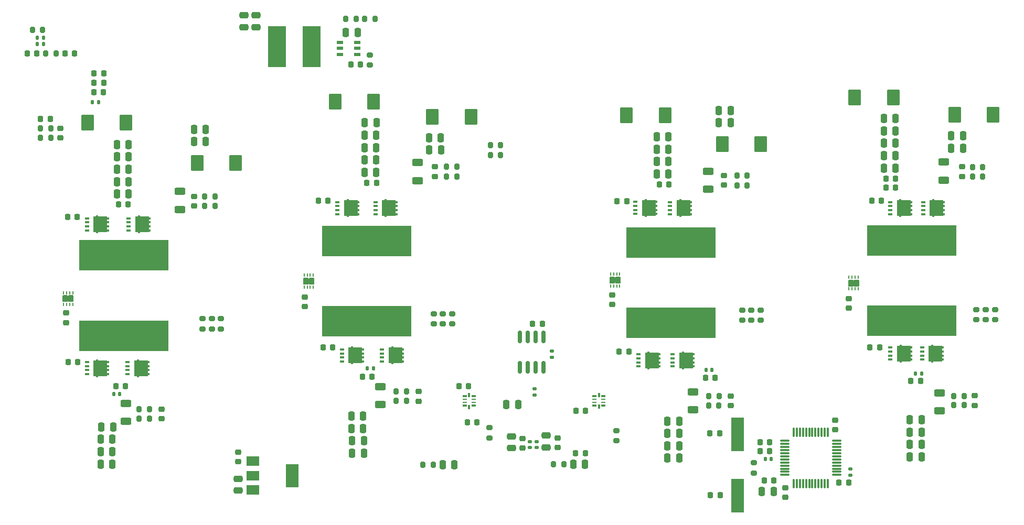
<source format=gbr>
%TF.GenerationSoftware,KiCad,Pcbnew,6.0.0*%
%TF.CreationDate,2022-01-14T14:38:35+01:00*%
%TF.ProjectId,PowerBank V0.2,506f7765-7242-4616-9e6b-2056302e322e,rev?*%
%TF.SameCoordinates,PX2aea540PY80befc0*%
%TF.FileFunction,Paste,Bot*%
%TF.FilePolarity,Positive*%
%FSLAX46Y46*%
G04 Gerber Fmt 4.6, Leading zero omitted, Abs format (unit mm)*
G04 Created by KiCad (PCBNEW 6.0.0) date 2022-01-14 14:38:35*
%MOMM*%
%LPD*%
G01*
G04 APERTURE LIST*
G04 Aperture macros list*
%AMRoundRect*
0 Rectangle with rounded corners*
0 $1 Rounding radius*
0 $2 $3 $4 $5 $6 $7 $8 $9 X,Y pos of 4 corners*
0 Add a 4 corners polygon primitive as box body*
4,1,4,$2,$3,$4,$5,$6,$7,$8,$9,$2,$3,0*
0 Add four circle primitives for the rounded corners*
1,1,$1+$1,$2,$3*
1,1,$1+$1,$4,$5*
1,1,$1+$1,$6,$7*
1,1,$1+$1,$8,$9*
0 Add four rect primitives between the rounded corners*
20,1,$1+$1,$2,$3,$4,$5,0*
20,1,$1+$1,$4,$5,$6,$7,0*
20,1,$1+$1,$6,$7,$8,$9,0*
20,1,$1+$1,$8,$9,$2,$3,0*%
G04 Aperture macros list end*
%ADD10C,0.152400*%
%ADD11RoundRect,0.200000X-0.200000X-0.275000X0.200000X-0.275000X0.200000X0.275000X-0.200000X0.275000X0*%
%ADD12RoundRect,0.135000X0.135000X0.185000X-0.135000X0.185000X-0.135000X-0.185000X0.135000X-0.185000X0*%
%ADD13RoundRect,0.200000X0.200000X0.275000X-0.200000X0.275000X-0.200000X-0.275000X0.200000X-0.275000X0*%
%ADD14RoundRect,0.135000X-0.135000X-0.185000X0.135000X-0.185000X0.135000X0.185000X-0.135000X0.185000X0*%
%ADD15RoundRect,0.225000X0.225000X0.250000X-0.225000X0.250000X-0.225000X-0.250000X0.225000X-0.250000X0*%
%ADD16RoundRect,0.225000X0.250000X-0.225000X0.250000X0.225000X-0.250000X0.225000X-0.250000X-0.225000X0*%
%ADD17RoundRect,0.225000X-0.225000X-0.250000X0.225000X-0.250000X0.225000X0.250000X-0.225000X0.250000X0*%
%ADD18R,0.350012X0.754888*%
%ADD19R,0.704800X0.300000*%
%ADD20R,0.704850X0.249936*%
%ADD21RoundRect,0.200000X0.275000X-0.200000X0.275000X0.200000X-0.275000X0.200000X-0.275000X-0.200000X0*%
%ADD22RoundRect,0.250000X-0.475000X0.250000X-0.475000X-0.250000X0.475000X-0.250000X0.475000X0.250000X0*%
%ADD23RoundRect,0.135000X0.185000X-0.135000X0.185000X0.135000X-0.185000X0.135000X-0.185000X-0.135000X0*%
%ADD24RoundRect,0.250000X-0.250000X-0.475000X0.250000X-0.475000X0.250000X0.475000X-0.250000X0.475000X0*%
%ADD25R,2.850000X6.600000*%
%ADD26RoundRect,0.140000X0.170000X-0.140000X0.170000X0.140000X-0.170000X0.140000X-0.170000X-0.140000X0*%
%ADD27RoundRect,0.140000X-0.170000X0.140000X-0.170000X-0.140000X0.170000X-0.140000X0.170000X0.140000X0*%
%ADD28R,2.000000X5.500000*%
%ADD29R,1.599999X0.900001*%
%ADD30R,0.249999X0.499999*%
%ADD31R,0.750000X0.350000*%
%ADD32R,2.200000X2.600000*%
%ADD33R,0.350000X0.750000*%
%ADD34RoundRect,0.150000X0.150000X-0.825000X0.150000X0.825000X-0.150000X0.825000X-0.150000X-0.825000X0*%
%ADD35R,2.000000X3.800000*%
%ADD36R,2.000000X1.500000*%
%ADD37R,1.000001X0.599999*%
%ADD38RoundRect,0.075000X-0.662500X-0.075000X0.662500X-0.075000X0.662500X0.075000X-0.662500X0.075000X0*%
%ADD39RoundRect,0.075000X-0.075000X-0.662500X0.075000X-0.662500X0.075000X0.662500X-0.075000X0.662500X0*%
%ADD40RoundRect,0.249999X-0.625001X0.312501X-0.625001X-0.312501X0.625001X-0.312501X0.625001X0.312501X0*%
%ADD41RoundRect,0.200000X-0.275000X0.200000X-0.275000X-0.200000X0.275000X-0.200000X0.275000X0.200000X0*%
%ADD42RoundRect,0.135000X-0.185000X0.135000X-0.185000X-0.135000X0.185000X-0.135000X0.185000X0.135000X0*%
%ADD43R,14.500000X5.000000*%
%ADD44RoundRect,0.147500X-0.147500X-0.172500X0.147500X-0.172500X0.147500X0.172500X-0.147500X0.172500X0*%
%ADD45RoundRect,0.225000X-0.250000X0.225000X-0.250000X-0.225000X0.250000X-0.225000X0.250000X0.225000X0*%
%ADD46RoundRect,0.250000X0.787500X1.025000X-0.787500X1.025000X-0.787500X-1.025000X0.787500X-1.025000X0*%
%ADD47RoundRect,0.250000X0.250000X0.475000X-0.250000X0.475000X-0.250000X-0.475000X0.250000X-0.475000X0*%
%ADD48RoundRect,0.250000X-0.787500X-1.025000X0.787500X-1.025000X0.787500X1.025000X-0.787500X1.025000X0*%
%ADD49RoundRect,0.140000X-0.140000X-0.170000X0.140000X-0.170000X0.140000X0.170000X-0.140000X0.170000X0*%
%ADD50RoundRect,0.140000X0.140000X0.170000X-0.140000X0.170000X-0.140000X-0.170000X0.140000X-0.170000X0*%
%ADD51RoundRect,0.250000X0.475000X-0.250000X0.475000X0.250000X-0.475000X0.250000X-0.475000X-0.250000X0*%
G04 APERTURE END LIST*
D10*
%TO.C,U35*%
X63401004Y39250002D02*
X62799003Y39250002D01*
X62799003Y39250002D02*
X62789443Y39249059D01*
X62789443Y39249059D02*
X62780250Y39246270D01*
X62780250Y39246270D02*
X62771780Y39241742D01*
X62771780Y39241742D02*
X62764355Y39235648D01*
X62764355Y39235648D02*
X62758262Y39228224D01*
X62758262Y39228224D02*
X62753733Y39219753D01*
X62753733Y39219753D02*
X62750944Y39210561D01*
X62750944Y39210561D02*
X62750004Y39201000D01*
X62750004Y39201000D02*
X62750004Y38399000D01*
X62750004Y38399000D02*
X62750944Y38389439D01*
X62750944Y38389439D02*
X62753733Y38380247D01*
X62753733Y38380247D02*
X62758262Y38371776D01*
X62758262Y38371776D02*
X62764355Y38364352D01*
X62764355Y38364352D02*
X62771780Y38358258D01*
X62771780Y38358258D02*
X62780250Y38353730D01*
X62780250Y38353730D02*
X62789443Y38350941D01*
X62789443Y38350941D02*
X62799003Y38349998D01*
X62799003Y38349998D02*
X63401004Y38349998D01*
X63401004Y38349998D02*
X63410564Y38350941D01*
X63410564Y38350941D02*
X63419756Y38353730D01*
X63419756Y38353730D02*
X63428227Y38358258D01*
X63428227Y38358258D02*
X63435652Y38364352D01*
X63435652Y38364352D02*
X63441745Y38371776D01*
X63441745Y38371776D02*
X63446274Y38380247D01*
X63446274Y38380247D02*
X63449063Y38389439D01*
X63449063Y38389439D02*
X63450005Y38399000D01*
X63450005Y38399000D02*
X63450005Y39201000D01*
X63450005Y39201000D02*
X63449063Y39210561D01*
X63449063Y39210561D02*
X63446274Y39219753D01*
X63446274Y39219753D02*
X63441745Y39228224D01*
X63441745Y39228224D02*
X63435652Y39235648D01*
X63435652Y39235648D02*
X63428227Y39241742D01*
X63428227Y39241742D02*
X63419756Y39246270D01*
X63419756Y39246270D02*
X63410564Y39249059D01*
X63410564Y39249059D02*
X63401004Y39250002D01*
X64301002Y39250002D02*
X63699001Y39250002D01*
X63699001Y39250002D02*
X63689441Y39249059D01*
X63689441Y39249059D02*
X63680249Y39246270D01*
X63680249Y39246270D02*
X63671778Y39241742D01*
X63671778Y39241742D02*
X63664353Y39235648D01*
X63664353Y39235648D02*
X63658260Y39228224D01*
X63658260Y39228224D02*
X63653731Y39219753D01*
X63653731Y39219753D02*
X63650942Y39210561D01*
X63650942Y39210561D02*
X63650002Y39201000D01*
X63650002Y39201000D02*
X63650002Y38399000D01*
X63650002Y38399000D02*
X63650942Y38389439D01*
X63650942Y38389439D02*
X63653731Y38380247D01*
X63653731Y38380247D02*
X63658260Y38371776D01*
X63658260Y38371776D02*
X63664353Y38364352D01*
X63664353Y38364352D02*
X63671778Y38358258D01*
X63671778Y38358258D02*
X63680249Y38353730D01*
X63680249Y38353730D02*
X63689441Y38350941D01*
X63689441Y38350941D02*
X63699001Y38349998D01*
X63699001Y38349998D02*
X64301002Y38349998D01*
X64301002Y38349998D02*
X64310562Y38350941D01*
X64310562Y38350941D02*
X64319755Y38353730D01*
X64319755Y38353730D02*
X64328226Y38358258D01*
X64328226Y38358258D02*
X64335650Y38364352D01*
X64335650Y38364352D02*
X64341743Y38371776D01*
X64341743Y38371776D02*
X64346272Y38380247D01*
X64346272Y38380247D02*
X64349061Y38389439D01*
X64349061Y38389439D02*
X64350003Y38399000D01*
X64350003Y38399000D02*
X64350003Y39201000D01*
X64350003Y39201000D02*
X64349061Y39210561D01*
X64349061Y39210561D02*
X64346272Y39219753D01*
X64346272Y39219753D02*
X64341743Y39228224D01*
X64341743Y39228224D02*
X64335650Y39235648D01*
X64335650Y39235648D02*
X64328226Y39241742D01*
X64328226Y39241742D02*
X64319755Y39246270D01*
X64319755Y39246270D02*
X64310562Y39249059D01*
X64310562Y39249059D02*
X64301002Y39250002D01*
%TO.C,U34*%
X24551004Y36450002D02*
X23949003Y36450002D01*
X23949003Y36450002D02*
X23939443Y36449059D01*
X23939443Y36449059D02*
X23930250Y36446270D01*
X23930250Y36446270D02*
X23921780Y36441742D01*
X23921780Y36441742D02*
X23914355Y36435648D01*
X23914355Y36435648D02*
X23908262Y36428224D01*
X23908262Y36428224D02*
X23903733Y36419753D01*
X23903733Y36419753D02*
X23900944Y36410561D01*
X23900944Y36410561D02*
X23900004Y36401000D01*
X23900004Y36401000D02*
X23900004Y35599000D01*
X23900004Y35599000D02*
X23900944Y35589439D01*
X23900944Y35589439D02*
X23903733Y35580247D01*
X23903733Y35580247D02*
X23908262Y35571776D01*
X23908262Y35571776D02*
X23914355Y35564352D01*
X23914355Y35564352D02*
X23921780Y35558258D01*
X23921780Y35558258D02*
X23930250Y35553730D01*
X23930250Y35553730D02*
X23939443Y35550941D01*
X23939443Y35550941D02*
X23949003Y35549998D01*
X23949003Y35549998D02*
X24551004Y35549998D01*
X24551004Y35549998D02*
X24560564Y35550941D01*
X24560564Y35550941D02*
X24569756Y35553730D01*
X24569756Y35553730D02*
X24578227Y35558258D01*
X24578227Y35558258D02*
X24585652Y35564352D01*
X24585652Y35564352D02*
X24591745Y35571776D01*
X24591745Y35571776D02*
X24596274Y35580247D01*
X24596274Y35580247D02*
X24599063Y35589439D01*
X24599063Y35589439D02*
X24600005Y35599000D01*
X24600005Y35599000D02*
X24600005Y36401000D01*
X24600005Y36401000D02*
X24599063Y36410561D01*
X24599063Y36410561D02*
X24596274Y36419753D01*
X24596274Y36419753D02*
X24591745Y36428224D01*
X24591745Y36428224D02*
X24585652Y36435648D01*
X24585652Y36435648D02*
X24578227Y36441742D01*
X24578227Y36441742D02*
X24569756Y36446270D01*
X24569756Y36446270D02*
X24560564Y36449059D01*
X24560564Y36449059D02*
X24551004Y36450002D01*
X25451002Y36450002D02*
X24849001Y36450002D01*
X24849001Y36450002D02*
X24839441Y36449059D01*
X24839441Y36449059D02*
X24830249Y36446270D01*
X24830249Y36446270D02*
X24821778Y36441742D01*
X24821778Y36441742D02*
X24814353Y36435648D01*
X24814353Y36435648D02*
X24808260Y36428224D01*
X24808260Y36428224D02*
X24803731Y36419753D01*
X24803731Y36419753D02*
X24800942Y36410561D01*
X24800942Y36410561D02*
X24800002Y36401000D01*
X24800002Y36401000D02*
X24800002Y35599000D01*
X24800002Y35599000D02*
X24800942Y35589439D01*
X24800942Y35589439D02*
X24803731Y35580247D01*
X24803731Y35580247D02*
X24808260Y35571776D01*
X24808260Y35571776D02*
X24814353Y35564352D01*
X24814353Y35564352D02*
X24821778Y35558258D01*
X24821778Y35558258D02*
X24830249Y35553730D01*
X24830249Y35553730D02*
X24839441Y35550941D01*
X24839441Y35550941D02*
X24849001Y35549998D01*
X24849001Y35549998D02*
X25451002Y35549998D01*
X25451002Y35549998D02*
X25460562Y35550941D01*
X25460562Y35550941D02*
X25469755Y35553730D01*
X25469755Y35553730D02*
X25478226Y35558258D01*
X25478226Y35558258D02*
X25485650Y35564352D01*
X25485650Y35564352D02*
X25491743Y35571776D01*
X25491743Y35571776D02*
X25496272Y35580247D01*
X25496272Y35580247D02*
X25499061Y35589439D01*
X25499061Y35589439D02*
X25500003Y35599000D01*
X25500003Y35599000D02*
X25500003Y36401000D01*
X25500003Y36401000D02*
X25499061Y36410561D01*
X25499061Y36410561D02*
X25496272Y36419753D01*
X25496272Y36419753D02*
X25491743Y36428224D01*
X25491743Y36428224D02*
X25485650Y36435648D01*
X25485650Y36435648D02*
X25478226Y36441742D01*
X25478226Y36441742D02*
X25469755Y36446270D01*
X25469755Y36446270D02*
X25460562Y36449059D01*
X25460562Y36449059D02*
X25451002Y36450002D01*
%TO.C,U33*%
X112851004Y39450002D02*
X112249003Y39450002D01*
X112249003Y39450002D02*
X112239443Y39449059D01*
X112239443Y39449059D02*
X112230250Y39446270D01*
X112230250Y39446270D02*
X112221780Y39441742D01*
X112221780Y39441742D02*
X112214355Y39435648D01*
X112214355Y39435648D02*
X112208262Y39428224D01*
X112208262Y39428224D02*
X112203733Y39419753D01*
X112203733Y39419753D02*
X112200944Y39410561D01*
X112200944Y39410561D02*
X112200004Y39401000D01*
X112200004Y39401000D02*
X112200004Y38599000D01*
X112200004Y38599000D02*
X112200944Y38589439D01*
X112200944Y38589439D02*
X112203733Y38580247D01*
X112203733Y38580247D02*
X112208262Y38571776D01*
X112208262Y38571776D02*
X112214355Y38564352D01*
X112214355Y38564352D02*
X112221780Y38558258D01*
X112221780Y38558258D02*
X112230250Y38553730D01*
X112230250Y38553730D02*
X112239443Y38550941D01*
X112239443Y38550941D02*
X112249003Y38549998D01*
X112249003Y38549998D02*
X112851004Y38549998D01*
X112851004Y38549998D02*
X112860564Y38550941D01*
X112860564Y38550941D02*
X112869756Y38553730D01*
X112869756Y38553730D02*
X112878227Y38558258D01*
X112878227Y38558258D02*
X112885652Y38564352D01*
X112885652Y38564352D02*
X112891745Y38571776D01*
X112891745Y38571776D02*
X112896274Y38580247D01*
X112896274Y38580247D02*
X112899063Y38589439D01*
X112899063Y38589439D02*
X112900005Y38599000D01*
X112900005Y38599000D02*
X112900005Y39401000D01*
X112900005Y39401000D02*
X112899063Y39410561D01*
X112899063Y39410561D02*
X112896274Y39419753D01*
X112896274Y39419753D02*
X112891745Y39428224D01*
X112891745Y39428224D02*
X112885652Y39435648D01*
X112885652Y39435648D02*
X112878227Y39441742D01*
X112878227Y39441742D02*
X112869756Y39446270D01*
X112869756Y39446270D02*
X112860564Y39449059D01*
X112860564Y39449059D02*
X112851004Y39450002D01*
X113751002Y39450002D02*
X113149001Y39450002D01*
X113149001Y39450002D02*
X113139441Y39449059D01*
X113139441Y39449059D02*
X113130249Y39446270D01*
X113130249Y39446270D02*
X113121778Y39441742D01*
X113121778Y39441742D02*
X113114353Y39435648D01*
X113114353Y39435648D02*
X113108260Y39428224D01*
X113108260Y39428224D02*
X113103731Y39419753D01*
X113103731Y39419753D02*
X113100942Y39410561D01*
X113100942Y39410561D02*
X113100002Y39401000D01*
X113100002Y39401000D02*
X113100002Y38599000D01*
X113100002Y38599000D02*
X113100942Y38589439D01*
X113100942Y38589439D02*
X113103731Y38580247D01*
X113103731Y38580247D02*
X113108260Y38571776D01*
X113108260Y38571776D02*
X113114353Y38564352D01*
X113114353Y38564352D02*
X113121778Y38558258D01*
X113121778Y38558258D02*
X113130249Y38553730D01*
X113130249Y38553730D02*
X113139441Y38550941D01*
X113139441Y38550941D02*
X113149001Y38549998D01*
X113149001Y38549998D02*
X113751002Y38549998D01*
X113751002Y38549998D02*
X113760562Y38550941D01*
X113760562Y38550941D02*
X113769755Y38553730D01*
X113769755Y38553730D02*
X113778226Y38558258D01*
X113778226Y38558258D02*
X113785650Y38564352D01*
X113785650Y38564352D02*
X113791743Y38571776D01*
X113791743Y38571776D02*
X113796272Y38580247D01*
X113796272Y38580247D02*
X113799061Y38589439D01*
X113799061Y38589439D02*
X113800003Y38599000D01*
X113800003Y38599000D02*
X113800003Y39401000D01*
X113800003Y39401000D02*
X113799061Y39410561D01*
X113799061Y39410561D02*
X113796272Y39419753D01*
X113796272Y39419753D02*
X113791743Y39428224D01*
X113791743Y39428224D02*
X113785650Y39435648D01*
X113785650Y39435648D02*
X113778226Y39441742D01*
X113778226Y39441742D02*
X113769755Y39446270D01*
X113769755Y39446270D02*
X113760562Y39449059D01*
X113760562Y39449059D02*
X113751002Y39450002D01*
%TO.C,U32*%
X151351004Y38950002D02*
X150749003Y38950002D01*
X150749003Y38950002D02*
X150739443Y38949059D01*
X150739443Y38949059D02*
X150730250Y38946270D01*
X150730250Y38946270D02*
X150721780Y38941742D01*
X150721780Y38941742D02*
X150714355Y38935648D01*
X150714355Y38935648D02*
X150708262Y38928224D01*
X150708262Y38928224D02*
X150703733Y38919753D01*
X150703733Y38919753D02*
X150700944Y38910561D01*
X150700944Y38910561D02*
X150700004Y38901000D01*
X150700004Y38901000D02*
X150700004Y38099000D01*
X150700004Y38099000D02*
X150700944Y38089439D01*
X150700944Y38089439D02*
X150703733Y38080247D01*
X150703733Y38080247D02*
X150708262Y38071776D01*
X150708262Y38071776D02*
X150714355Y38064352D01*
X150714355Y38064352D02*
X150721780Y38058258D01*
X150721780Y38058258D02*
X150730250Y38053730D01*
X150730250Y38053730D02*
X150739443Y38050941D01*
X150739443Y38050941D02*
X150749003Y38049998D01*
X150749003Y38049998D02*
X151351004Y38049998D01*
X151351004Y38049998D02*
X151360564Y38050941D01*
X151360564Y38050941D02*
X151369756Y38053730D01*
X151369756Y38053730D02*
X151378227Y38058258D01*
X151378227Y38058258D02*
X151385652Y38064352D01*
X151385652Y38064352D02*
X151391745Y38071776D01*
X151391745Y38071776D02*
X151396274Y38080247D01*
X151396274Y38080247D02*
X151399063Y38089439D01*
X151399063Y38089439D02*
X151400005Y38099000D01*
X151400005Y38099000D02*
X151400005Y38901000D01*
X151400005Y38901000D02*
X151399063Y38910561D01*
X151399063Y38910561D02*
X151396274Y38919753D01*
X151396274Y38919753D02*
X151391745Y38928224D01*
X151391745Y38928224D02*
X151385652Y38935648D01*
X151385652Y38935648D02*
X151378227Y38941742D01*
X151378227Y38941742D02*
X151369756Y38946270D01*
X151369756Y38946270D02*
X151360564Y38949059D01*
X151360564Y38949059D02*
X151351004Y38950002D01*
X152251002Y38950002D02*
X151649001Y38950002D01*
X151649001Y38950002D02*
X151639441Y38949059D01*
X151639441Y38949059D02*
X151630249Y38946270D01*
X151630249Y38946270D02*
X151621778Y38941742D01*
X151621778Y38941742D02*
X151614353Y38935648D01*
X151614353Y38935648D02*
X151608260Y38928224D01*
X151608260Y38928224D02*
X151603731Y38919753D01*
X151603731Y38919753D02*
X151600942Y38910561D01*
X151600942Y38910561D02*
X151600002Y38901000D01*
X151600002Y38901000D02*
X151600002Y38099000D01*
X151600002Y38099000D02*
X151600942Y38089439D01*
X151600942Y38089439D02*
X151603731Y38080247D01*
X151603731Y38080247D02*
X151608260Y38071776D01*
X151608260Y38071776D02*
X151614353Y38064352D01*
X151614353Y38064352D02*
X151621778Y38058258D01*
X151621778Y38058258D02*
X151630249Y38053730D01*
X151630249Y38053730D02*
X151639441Y38050941D01*
X151639441Y38050941D02*
X151649001Y38049998D01*
X151649001Y38049998D02*
X152251002Y38049998D01*
X152251002Y38049998D02*
X152260562Y38050941D01*
X152260562Y38050941D02*
X152269755Y38053730D01*
X152269755Y38053730D02*
X152278226Y38058258D01*
X152278226Y38058258D02*
X152285650Y38064352D01*
X152285650Y38064352D02*
X152291743Y38071776D01*
X152291743Y38071776D02*
X152296272Y38080247D01*
X152296272Y38080247D02*
X152299061Y38089439D01*
X152299061Y38089439D02*
X152300003Y38099000D01*
X152300003Y38099000D02*
X152300003Y38901000D01*
X152300003Y38901000D02*
X152299061Y38910561D01*
X152299061Y38910561D02*
X152296272Y38919753D01*
X152296272Y38919753D02*
X152291743Y38928224D01*
X152291743Y38928224D02*
X152285650Y38935648D01*
X152285650Y38935648D02*
X152278226Y38941742D01*
X152278226Y38941742D02*
X152269755Y38946270D01*
X152269755Y38946270D02*
X152260562Y38949059D01*
X152260562Y38949059D02*
X152251002Y38950002D01*
%TD*%
D11*
%TO.C,R146*%
X20595000Y79374000D03*
X18945000Y79374000D03*
%TD*%
D12*
%TO.C,R145*%
X19770000Y77088000D03*
X20790000Y77088000D03*
%TD*%
D13*
%TO.C,R144*%
X21104000Y75564000D03*
X22754000Y75564000D03*
%TD*%
D12*
%TO.C,R141*%
X19768000Y78104000D03*
X20788000Y78104000D03*
%TD*%
D13*
%TO.C,R137*%
X20278000Y63499000D03*
X21928000Y63499000D03*
%TD*%
%TO.C,R134*%
X20278000Y61975000D03*
X21928000Y61975000D03*
%TD*%
D14*
%TO.C,R127*%
X29678000Y67690000D03*
X28658000Y67690000D03*
%TD*%
D15*
%TO.C,C253*%
X18106000Y75564000D03*
X19656000Y75564000D03*
%TD*%
%TO.C,C252*%
X24202000Y75564000D03*
X25752000Y75564000D03*
%TD*%
D16*
%TO.C,C240*%
X23453000Y63512000D03*
X23453000Y61962000D03*
%TD*%
D17*
%TO.C,C239*%
X30451000Y72389000D03*
X28901000Y72389000D03*
%TD*%
%TO.C,C237*%
X30451000Y70865000D03*
X28901000Y70865000D03*
%TD*%
%TO.C,C235*%
X30438000Y69341000D03*
X28888000Y69341000D03*
%TD*%
%TO.C,C226*%
X21815000Y65023000D03*
X20265000Y65023000D03*
%TD*%
D18*
%TO.C,U18*%
X110400000Y18517556D03*
D19*
X111127400Y18719999D03*
D20*
X111127400Y19220000D03*
X111127400Y19720000D03*
D19*
X111127400Y20220001D03*
D18*
X110400000Y20422444D03*
D19*
X109672600Y20220001D03*
D20*
X109672600Y19720000D03*
X109672600Y19220000D03*
D19*
X109672600Y18719999D03*
%TD*%
D21*
%TO.C,R55*%
X92720000Y13500000D03*
X92720000Y15150000D03*
%TD*%
D22*
%TO.C,C124*%
X96250000Y13750000D03*
X96250000Y11850000D03*
%TD*%
D23*
%TO.C,R125*%
X150950000Y7465000D03*
X150950000Y8485000D03*
%TD*%
D24*
%TO.C,C116*%
X167250000Y60300000D03*
X169150000Y60300000D03*
%TD*%
D25*
%TO.C,L3*%
X58400000Y76675000D03*
X64050000Y76675000D03*
%TD*%
D26*
%TO.C,C220*%
X100300000Y11920000D03*
X100300000Y12880000D03*
%TD*%
%TO.C,C219*%
X100000000Y20420000D03*
X100000000Y21380000D03*
%TD*%
D27*
%TO.C,C195*%
X99250000Y12880000D03*
X99250000Y11920000D03*
%TD*%
D28*
%TO.C,Y2*%
X132750000Y4175000D03*
X132750000Y14075000D03*
%TD*%
D29*
%TO.C,U35*%
X63550000Y38800000D03*
D30*
X62800002Y37849999D03*
X63300000Y37849999D03*
X63800002Y37849999D03*
X64300001Y37849999D03*
X64300001Y39750001D03*
X63800002Y39750001D03*
X63300000Y39750001D03*
X62800002Y39750001D03*
%TD*%
D29*
%TO.C,U34*%
X24700000Y36000000D03*
D30*
X23950002Y35049999D03*
X24450000Y35049999D03*
X24950002Y35049999D03*
X25450001Y35049999D03*
X25450001Y36950001D03*
X24950002Y36950001D03*
X24450000Y36950001D03*
X23950002Y36950001D03*
%TD*%
D29*
%TO.C,U33*%
X113000000Y39000000D03*
D30*
X112250002Y38049999D03*
X112750000Y38049999D03*
X113250002Y38049999D03*
X113750001Y38049999D03*
X113750001Y39950001D03*
X113250002Y39950001D03*
X112750000Y39950001D03*
X112250002Y39950001D03*
%TD*%
D29*
%TO.C,U32*%
X151500000Y38500000D03*
D30*
X150750002Y37549999D03*
X151250000Y37549999D03*
X151750002Y37549999D03*
X152250001Y37549999D03*
X152250001Y39450001D03*
X151750002Y39450001D03*
X151250000Y39450001D03*
X150750002Y39450001D03*
%TD*%
D31*
%TO.C,U31*%
X125080000Y49625000D03*
X121880000Y49625000D03*
X125080000Y50275000D03*
X121880000Y50275000D03*
X125080000Y50925000D03*
X121880000Y50925000D03*
X125080000Y51575000D03*
X121880000Y51575000D03*
D32*
X124050000Y50600000D03*
D33*
X123520000Y49500000D03*
X123520000Y51700000D03*
%TD*%
D31*
%TO.C,U30*%
X77530000Y49625000D03*
X74330000Y49625000D03*
X77530000Y50275000D03*
X74330000Y50275000D03*
X77530000Y50925000D03*
X74330000Y50925000D03*
X77530000Y51575000D03*
X74330000Y51575000D03*
D32*
X76500000Y50600000D03*
D33*
X75970000Y49500000D03*
X75970000Y51700000D03*
%TD*%
D31*
%TO.C,U29*%
X119480000Y49675000D03*
X116280000Y49675000D03*
X119480000Y50325000D03*
X116280000Y50325000D03*
X119480000Y50975000D03*
X116280000Y50975000D03*
X119480000Y51625000D03*
X116280000Y51625000D03*
D32*
X118450000Y50650000D03*
D33*
X117920000Y49550000D03*
X117920000Y51750000D03*
%TD*%
D31*
%TO.C,U28*%
X71400000Y49625000D03*
X68200000Y49625000D03*
X71400000Y50275000D03*
X68200000Y50275000D03*
X71400000Y50925000D03*
X68200000Y50925000D03*
X71400000Y51575000D03*
X68200000Y51575000D03*
D32*
X70370000Y50600000D03*
D33*
X69840000Y49500000D03*
X69840000Y51700000D03*
%TD*%
D31*
%TO.C,U27*%
X119950000Y25025000D03*
X116750000Y25025000D03*
X119950000Y25675000D03*
X116750000Y25675000D03*
X119950000Y26325000D03*
X116750000Y26325000D03*
X119950000Y26975000D03*
X116750000Y26975000D03*
D32*
X118920000Y26000000D03*
D33*
X118390000Y24900000D03*
X118390000Y27100000D03*
%TD*%
D31*
%TO.C,U24*%
X72100000Y25825000D03*
X68900000Y25825000D03*
X72100000Y26475000D03*
X68900000Y26475000D03*
X72100000Y27125000D03*
X68900000Y27125000D03*
X72100000Y27775000D03*
X68900000Y27775000D03*
D32*
X71070000Y26800000D03*
D33*
X70540000Y25700000D03*
X70540000Y27900000D03*
%TD*%
D31*
%TO.C,U22*%
X125480000Y25025000D03*
X122280000Y25025000D03*
X125480000Y25675000D03*
X122280000Y25675000D03*
X125480000Y26325000D03*
X122280000Y26325000D03*
X125480000Y26975000D03*
X122280000Y26975000D03*
D32*
X124450000Y26000000D03*
D33*
X123920000Y24900000D03*
X123920000Y27100000D03*
%TD*%
D31*
%TO.C,U21*%
X78600000Y25825000D03*
X75400000Y25825000D03*
X78600000Y26475000D03*
X75400000Y26475000D03*
X78600000Y27125000D03*
X75400000Y27125000D03*
X78600000Y27775000D03*
X75400000Y27775000D03*
D32*
X77570000Y26800000D03*
D33*
X77040000Y25700000D03*
X77040000Y27900000D03*
%TD*%
D34*
%TO.C,U19*%
X101405000Y24875000D03*
X100135000Y24875000D03*
X98865000Y24875000D03*
X97595000Y24875000D03*
X97595000Y29825000D03*
X98865000Y29825000D03*
X100135000Y29825000D03*
X101405000Y29825000D03*
%TD*%
D19*
%TO.C,U17*%
X90157400Y20190001D03*
D20*
X90157400Y19690000D03*
X90157400Y19190000D03*
D19*
X90157400Y18689999D03*
D18*
X89430000Y18487556D03*
D19*
X88702600Y18689999D03*
D20*
X88702600Y19190000D03*
X88702600Y19690000D03*
D19*
X88702600Y20190001D03*
D18*
X89430000Y20392444D03*
%TD*%
D31*
%TO.C,U16*%
X165900000Y49625000D03*
X162700000Y49625000D03*
X165900000Y50275000D03*
X162700000Y50275000D03*
X165900000Y50925000D03*
X162700000Y50925000D03*
X165900000Y51575000D03*
X162700000Y51575000D03*
D32*
X164870000Y50600000D03*
D33*
X164340000Y49500000D03*
X164340000Y51700000D03*
%TD*%
D31*
%TO.C,U15*%
X160600000Y49625000D03*
X157400000Y49625000D03*
X160600000Y50275000D03*
X157400000Y50275000D03*
X160600000Y50925000D03*
X157400000Y50925000D03*
X160600000Y51575000D03*
X157400000Y51575000D03*
D32*
X159570000Y50600000D03*
D33*
X159040000Y49500000D03*
X159040000Y51700000D03*
%TD*%
D31*
%TO.C,U14*%
X160630000Y26125000D03*
X157430000Y26125000D03*
X160630000Y26775000D03*
X157430000Y26775000D03*
X160630000Y27425000D03*
X157430000Y27425000D03*
X160630000Y28075000D03*
X157430000Y28075000D03*
D32*
X159600000Y27100000D03*
D33*
X159070000Y26000000D03*
X159070000Y28200000D03*
%TD*%
D31*
%TO.C,U12*%
X165730000Y26125000D03*
X162530000Y26125000D03*
X165730000Y26775000D03*
X162530000Y26775000D03*
X165730000Y27425000D03*
X162530000Y27425000D03*
X165730000Y28075000D03*
X162530000Y28075000D03*
D32*
X164700000Y27100000D03*
D33*
X164170000Y26000000D03*
X164170000Y28200000D03*
%TD*%
D35*
%TO.C,U9*%
X60850000Y7400000D03*
D36*
X54550000Y7400000D03*
X54550000Y9700000D03*
X54550000Y5100000D03*
%TD*%
D37*
%TO.C,U8*%
X71374999Y75474999D03*
X71374999Y76425000D03*
X71374999Y77374998D03*
X68624999Y77374998D03*
X68624999Y76425000D03*
X68624999Y75474999D03*
%TD*%
D38*
%TO.C,U6*%
X140412500Y7500000D03*
X140412500Y8000000D03*
X140412500Y8500000D03*
X140412500Y9000000D03*
X140412500Y9500000D03*
X140412500Y10000000D03*
X140412500Y10500000D03*
X140412500Y11000000D03*
X140412500Y11500000D03*
X140412500Y12000000D03*
X140412500Y12500000D03*
X140412500Y13000000D03*
D39*
X141825000Y14412500D03*
X142325000Y14412500D03*
X142825000Y14412500D03*
X143325000Y14412500D03*
X143825000Y14412500D03*
X144325000Y14412500D03*
X144825000Y14412500D03*
X145325000Y14412500D03*
X145825000Y14412500D03*
X146325000Y14412500D03*
X146825000Y14412500D03*
X147325000Y14412500D03*
D38*
X148737500Y13000000D03*
X148737500Y12500000D03*
X148737500Y12000000D03*
X148737500Y11500000D03*
X148737500Y11000000D03*
X148737500Y10500000D03*
X148737500Y10000000D03*
X148737500Y9500000D03*
X148737500Y9000000D03*
X148737500Y8500000D03*
X148737500Y8000000D03*
X148737500Y7500000D03*
D39*
X147325000Y6087500D03*
X146825000Y6087500D03*
X146325000Y6087500D03*
X145825000Y6087500D03*
X145325000Y6087500D03*
X144825000Y6087500D03*
X144325000Y6087500D03*
X143825000Y6087500D03*
X143325000Y6087500D03*
X142825000Y6087500D03*
X142325000Y6087500D03*
X141825000Y6087500D03*
%TD*%
D11*
%TO.C,R109*%
X132675000Y55850000D03*
X134325000Y55850000D03*
%TD*%
D40*
%TO.C,R107*%
X128050000Y56562500D03*
X128050000Y53637500D03*
%TD*%
D11*
%TO.C,R106*%
X85775000Y57300000D03*
X87425000Y57300000D03*
%TD*%
%TO.C,R105*%
X132675000Y54300000D03*
X134325000Y54300000D03*
%TD*%
D40*
%TO.C,R104*%
X81100000Y57962500D03*
X81100000Y55037500D03*
%TD*%
D11*
%TO.C,R103*%
X85775000Y55700000D03*
X87425000Y55700000D03*
%TD*%
%TO.C,R88*%
X92875000Y59200000D03*
X94525000Y59200000D03*
%TD*%
%TO.C,R86*%
X128125000Y20200000D03*
X129775000Y20200000D03*
%TD*%
%TO.C,R84*%
X77675000Y21000000D03*
X79325000Y21000000D03*
%TD*%
D40*
%TO.C,R82*%
X125600000Y20950000D03*
X125600000Y18025000D03*
%TD*%
D11*
%TO.C,R81*%
X128100000Y18700000D03*
X129750000Y18700000D03*
%TD*%
D40*
%TO.C,R80*%
X75100000Y21762500D03*
X75100000Y18837500D03*
%TD*%
D11*
%TO.C,R79*%
X77675000Y19500000D03*
X79325000Y19500000D03*
%TD*%
D41*
%TO.C,R78*%
X133500000Y34125000D03*
X133500000Y32475000D03*
%TD*%
%TO.C,R77*%
X136500000Y34125000D03*
X136500000Y32475000D03*
%TD*%
%TO.C,R76*%
X83700000Y33550000D03*
X83700000Y31900000D03*
%TD*%
%TO.C,R75*%
X135000000Y34125000D03*
X135000000Y32475000D03*
%TD*%
%TO.C,R74*%
X86700000Y33525000D03*
X86700000Y31875000D03*
%TD*%
%TO.C,R73*%
X85200000Y33525000D03*
X85200000Y31875000D03*
%TD*%
D42*
%TO.C,R72*%
X102800000Y27550000D03*
X102800000Y26530000D03*
%TD*%
D11*
%TO.C,R65*%
X170675000Y57200000D03*
X172325000Y57200000D03*
%TD*%
D40*
%TO.C,R64*%
X166000000Y58062500D03*
X166000000Y55137500D03*
%TD*%
D11*
%TO.C,R63*%
X170675000Y55700000D03*
X172325000Y55700000D03*
%TD*%
D13*
%TO.C,R61*%
X83625000Y9100000D03*
X81975000Y9100000D03*
%TD*%
D11*
%TO.C,R54*%
X167675000Y20250000D03*
X169325000Y20250000D03*
%TD*%
D40*
%TO.C,R52*%
X165400000Y20762500D03*
X165400000Y17837500D03*
%TD*%
D11*
%TO.C,R51*%
X167675000Y18750000D03*
X169325000Y18750000D03*
%TD*%
D41*
%TO.C,R50*%
X171325000Y34225000D03*
X171325000Y32575000D03*
%TD*%
%TO.C,R49*%
X174300000Y34225000D03*
X174300000Y32575000D03*
%TD*%
D13*
%TO.C,R48*%
X104725000Y9200000D03*
X103075000Y9200000D03*
%TD*%
D41*
%TO.C,R47*%
X172800000Y34225000D03*
X172800000Y32575000D03*
%TD*%
D21*
%TO.C,R44*%
X113190000Y13015000D03*
X113190000Y14665000D03*
%TD*%
D11*
%TO.C,R43*%
X72575000Y81225000D03*
X74225000Y81225000D03*
%TD*%
%TO.C,R42*%
X69550000Y81200000D03*
X71200000Y81200000D03*
%TD*%
D21*
%TO.C,R41*%
X73450000Y73725000D03*
X73450000Y75375000D03*
%TD*%
D41*
%TO.C,R26*%
X135400000Y9475000D03*
X135400000Y7825000D03*
%TD*%
D43*
%TO.C,L6*%
X122050000Y32050000D03*
X122050000Y45050000D03*
%TD*%
%TO.C,L5*%
X72900000Y32300000D03*
X72900000Y45300000D03*
%TD*%
%TO.C,L4*%
X160900000Y32400000D03*
X160900000Y45400000D03*
%TD*%
D44*
%TO.C,L2*%
X137215000Y10100000D03*
X138185000Y10100000D03*
%TD*%
D45*
%TO.C,C225*%
X62900000Y36275000D03*
X62900000Y34725000D03*
%TD*%
%TO.C,C224*%
X24400000Y33675000D03*
X24400000Y32125000D03*
%TD*%
%TO.C,C223*%
X112500000Y36575000D03*
X112500000Y35025000D03*
%TD*%
%TO.C,C222*%
X150700000Y35975000D03*
X150700000Y34425000D03*
%TD*%
D24*
%TO.C,C221*%
X95450000Y18850000D03*
X97350000Y18850000D03*
%TD*%
D46*
%TO.C,C218*%
X121050000Y65600000D03*
X114825000Y65600000D03*
%TD*%
%TO.C,C217*%
X74012500Y67800000D03*
X67787500Y67800000D03*
%TD*%
D24*
%TO.C,C213*%
X129750000Y66400000D03*
X131650000Y66400000D03*
%TD*%
D47*
%TO.C,C211*%
X121600000Y62150000D03*
X119700000Y62150000D03*
%TD*%
D24*
%TO.C,C210*%
X82950000Y62000000D03*
X84850000Y62000000D03*
%TD*%
%TO.C,C209*%
X129750000Y64400000D03*
X131650000Y64400000D03*
%TD*%
%TO.C,C206*%
X83000000Y60000000D03*
X84900000Y60000000D03*
%TD*%
D48*
%TO.C,C205*%
X130287500Y60950000D03*
X136512500Y60950000D03*
%TD*%
D47*
%TO.C,C203*%
X121600000Y60150000D03*
X119700000Y60150000D03*
%TD*%
D48*
%TO.C,C202*%
X83487500Y65400000D03*
X89712500Y65400000D03*
%TD*%
D47*
%TO.C,C199*%
X74500000Y64400000D03*
X72600000Y64400000D03*
%TD*%
%TO.C,C197*%
X74450000Y62400000D03*
X72550000Y62400000D03*
%TD*%
D45*
%TO.C,C194*%
X98010000Y13365000D03*
X98010000Y11815000D03*
%TD*%
D16*
%TO.C,C193*%
X103680000Y11915000D03*
X103680000Y13465000D03*
%TD*%
D47*
%TO.C,C192*%
X74450000Y60400000D03*
X72550000Y60400000D03*
%TD*%
%TO.C,C191*%
X121600000Y58150000D03*
X119700000Y58150000D03*
%TD*%
D45*
%TO.C,C189*%
X130600000Y55875000D03*
X130600000Y54325000D03*
%TD*%
D47*
%TO.C,C188*%
X74450000Y58400000D03*
X72550000Y58400000D03*
%TD*%
%TO.C,C187*%
X121600000Y56150000D03*
X119700000Y56150000D03*
%TD*%
D45*
%TO.C,C185*%
X83900000Y57275000D03*
X83900000Y55725000D03*
%TD*%
D47*
%TO.C,C184*%
X74450000Y56400000D03*
X72550000Y56400000D03*
%TD*%
D15*
%TO.C,C182*%
X121675000Y54400000D03*
X120125000Y54400000D03*
%TD*%
%TO.C,C179*%
X74475000Y54700000D03*
X72925000Y54700000D03*
%TD*%
%TO.C,C173*%
X114875000Y51750000D03*
X113325000Y51750000D03*
%TD*%
%TO.C,C172*%
X66675000Y51800000D03*
X65125000Y51800000D03*
%TD*%
D17*
%TO.C,C166*%
X113650000Y27450000D03*
X115200000Y27450000D03*
%TD*%
%TO.C,C164*%
X65850000Y28100000D03*
X67400000Y28100000D03*
%TD*%
D49*
%TO.C,C161*%
X127690000Y24500000D03*
X128650000Y24500000D03*
%TD*%
D50*
%TO.C,C158*%
X73980000Y24700000D03*
X73020000Y24700000D03*
%TD*%
D17*
%TO.C,C154*%
X127575000Y23200000D03*
X129125000Y23200000D03*
%TD*%
D15*
%TO.C,C151*%
X73775000Y23400000D03*
X72225000Y23400000D03*
%TD*%
D45*
%TO.C,C149*%
X131650000Y20225000D03*
X131650000Y18675000D03*
%TD*%
%TO.C,C147*%
X81300000Y20975000D03*
X81300000Y19425000D03*
%TD*%
D47*
%TO.C,C143*%
X123350000Y10250000D03*
X121450000Y10250000D03*
%TD*%
%TO.C,C141*%
X72350000Y17000000D03*
X70450000Y17000000D03*
%TD*%
%TO.C,C139*%
X123350000Y12200000D03*
X121450000Y12200000D03*
%TD*%
%TO.C,C136*%
X72350000Y15000000D03*
X70450000Y15000000D03*
%TD*%
%TO.C,C133*%
X123350000Y14200000D03*
X121450000Y14200000D03*
%TD*%
%TO.C,C131*%
X72450000Y13000000D03*
X70550000Y13000000D03*
%TD*%
%TO.C,C128*%
X123350000Y16200000D03*
X121450000Y16200000D03*
%TD*%
D22*
%TO.C,C127*%
X101850000Y13850000D03*
X101850000Y11950000D03*
%TD*%
D47*
%TO.C,C125*%
X72450000Y11000000D03*
X70550000Y11000000D03*
%TD*%
D15*
%TO.C,C123*%
X101225000Y31875000D03*
X99675000Y31875000D03*
%TD*%
D46*
%TO.C,C121*%
X157900000Y68500000D03*
X151675000Y68500000D03*
%TD*%
D17*
%TO.C,C120*%
X106700000Y17875000D03*
X108250000Y17875000D03*
%TD*%
%TO.C,C118*%
X87775000Y21825000D03*
X89325000Y21825000D03*
%TD*%
D24*
%TO.C,C114*%
X167250000Y62300000D03*
X169150000Y62300000D03*
%TD*%
D47*
%TO.C,C113*%
X158250000Y65100000D03*
X156350000Y65100000D03*
%TD*%
D48*
%TO.C,C112*%
X167787500Y65700000D03*
X174012500Y65700000D03*
%TD*%
D47*
%TO.C,C109*%
X158250000Y63100000D03*
X156350000Y63100000D03*
%TD*%
%TO.C,C108*%
X158250000Y61100000D03*
X156350000Y61100000D03*
%TD*%
%TO.C,C107*%
X158250000Y59100000D03*
X156350000Y59100000D03*
%TD*%
D45*
%TO.C,C105*%
X169000000Y57275000D03*
X169000000Y55725000D03*
%TD*%
D47*
%TO.C,C104*%
X158250000Y57100000D03*
X156350000Y57100000D03*
%TD*%
D15*
%TO.C,C102*%
X158275000Y55400000D03*
X156725000Y55400000D03*
%TD*%
%TO.C,C101*%
X158250000Y53900000D03*
X156700000Y53900000D03*
%TD*%
%TO.C,C98*%
X155975000Y51800000D03*
X154425000Y51800000D03*
%TD*%
D47*
%TO.C,C97*%
X87080000Y9160000D03*
X85180000Y9160000D03*
%TD*%
D17*
%TO.C,C92*%
X154125000Y28100000D03*
X155675000Y28100000D03*
%TD*%
D50*
%TO.C,C90*%
X162460000Y23900000D03*
X161500000Y23900000D03*
%TD*%
D15*
%TO.C,C86*%
X162275000Y22700000D03*
X160725000Y22700000D03*
%TD*%
%TO.C,C85*%
X90700000Y16025000D03*
X89150000Y16025000D03*
%TD*%
D45*
%TO.C,C83*%
X171000000Y20275000D03*
X171000000Y18725000D03*
%TD*%
D47*
%TO.C,C80*%
X162450000Y10400000D03*
X160550000Y10400000D03*
%TD*%
%TO.C,C78*%
X108150000Y9200000D03*
X106250000Y9200000D03*
%TD*%
%TO.C,C77*%
X162450000Y12400000D03*
X160550000Y12400000D03*
%TD*%
%TO.C,C74*%
X162450000Y14400000D03*
X160550000Y14400000D03*
%TD*%
%TO.C,C69*%
X162450000Y16400000D03*
X160550000Y16400000D03*
%TD*%
D15*
%TO.C,C65*%
X108175000Y11030000D03*
X106625000Y11030000D03*
%TD*%
D16*
%TO.C,C64*%
X52200000Y9625000D03*
X52200000Y11175000D03*
%TD*%
D22*
%TO.C,C63*%
X52200000Y6850000D03*
X52200000Y4950000D03*
%TD*%
D51*
%TO.C,C62*%
X55025000Y79875000D03*
X55025000Y81775000D03*
%TD*%
%TO.C,C61*%
X53050000Y79875000D03*
X53050000Y81775000D03*
%TD*%
D17*
%TO.C,C60*%
X70375000Y73825000D03*
X71925000Y73825000D03*
%TD*%
D24*
%TO.C,C59*%
X69550000Y79000000D03*
X71450000Y79000000D03*
%TD*%
D15*
%TO.C,C56*%
X137950000Y12800000D03*
X136400000Y12800000D03*
%TD*%
%TO.C,C55*%
X137950000Y11300000D03*
X136400000Y11300000D03*
%TD*%
D17*
%TO.C,C54*%
X149125000Y6275000D03*
X150675000Y6275000D03*
%TD*%
D16*
%TO.C,C53*%
X148550000Y14800000D03*
X148550000Y16350000D03*
%TD*%
D45*
%TO.C,C52*%
X140475000Y5450000D03*
X140475000Y3900000D03*
%TD*%
D15*
%TO.C,C51*%
X138625000Y6575000D03*
X137075000Y6575000D03*
%TD*%
D47*
%TO.C,C50*%
X138575000Y4850000D03*
X136675000Y4850000D03*
%TD*%
D15*
%TO.C,C49*%
X129850000Y14200000D03*
X128300000Y14200000D03*
%TD*%
%TO.C,C48*%
X129950000Y4200000D03*
X128400000Y4200000D03*
%TD*%
D31*
%TO.C,U5*%
X37705000Y47025000D03*
X34505000Y47025000D03*
X37705000Y47675000D03*
X34505000Y47675000D03*
X37705000Y48325000D03*
X34505000Y48325000D03*
X37705000Y48975000D03*
X34505000Y48975000D03*
D32*
X36675000Y48000000D03*
D33*
X36145000Y46900000D03*
X36145000Y49100000D03*
%TD*%
D31*
%TO.C,U4*%
X30955000Y47025000D03*
X27755000Y47025000D03*
X30955000Y47675000D03*
X27755000Y47675000D03*
X30955000Y48325000D03*
X27755000Y48325000D03*
X30955000Y48975000D03*
X27755000Y48975000D03*
D32*
X29925000Y48000000D03*
D33*
X29395000Y46900000D03*
X29395000Y49100000D03*
%TD*%
D31*
%TO.C,U3*%
X30955000Y23775000D03*
X27755000Y23775000D03*
X30955000Y24425000D03*
X27755000Y24425000D03*
X30955000Y25075000D03*
X27755000Y25075000D03*
X30955000Y25725000D03*
X27755000Y25725000D03*
D32*
X29925000Y24750000D03*
D33*
X29395000Y23650000D03*
X29395000Y25850000D03*
%TD*%
D31*
%TO.C,U1*%
X37525000Y23775000D03*
X34325000Y23775000D03*
X37525000Y24425000D03*
X34325000Y24425000D03*
X37525000Y25075000D03*
X34325000Y25075000D03*
X37525000Y25725000D03*
X34325000Y25725000D03*
D32*
X36495000Y24750000D03*
D33*
X35965000Y23650000D03*
X35965000Y25850000D03*
%TD*%
D11*
%TO.C,R18*%
X46775000Y52500000D03*
X48425000Y52500000D03*
%TD*%
D40*
%TO.C,R17*%
X42775000Y53325000D03*
X42775000Y50400000D03*
%TD*%
D11*
%TO.C,R16*%
X46775000Y50975000D03*
X48425000Y50975000D03*
%TD*%
%TO.C,R10*%
X92875000Y60800000D03*
X94525000Y60800000D03*
%TD*%
%TO.C,R9*%
X36175000Y18100000D03*
X37825000Y18100000D03*
%TD*%
D40*
%TO.C,R7*%
X34075000Y19062500D03*
X34075000Y16137500D03*
%TD*%
D11*
%TO.C,R6*%
X36175000Y16600000D03*
X37825000Y16600000D03*
%TD*%
D41*
%TO.C,R5*%
X46400000Y32725000D03*
X46400000Y31075000D03*
%TD*%
%TO.C,R4*%
X49400000Y32725000D03*
X49400000Y31075000D03*
%TD*%
%TO.C,R2*%
X47900000Y32725000D03*
X47900000Y31075000D03*
%TD*%
D43*
%TO.C,L1*%
X33675000Y30000000D03*
X33675000Y43000000D03*
%TD*%
D46*
%TO.C,C45*%
X34075000Y64400000D03*
X27850000Y64400000D03*
%TD*%
D24*
%TO.C,C42*%
X45050000Y63350000D03*
X46950000Y63350000D03*
%TD*%
%TO.C,C40*%
X45050000Y61375000D03*
X46950000Y61375000D03*
%TD*%
D48*
%TO.C,C38*%
X45550000Y57875000D03*
X51775000Y57875000D03*
%TD*%
D47*
%TO.C,C36*%
X34500000Y60900000D03*
X32600000Y60900000D03*
%TD*%
%TO.C,C35*%
X34500000Y58900000D03*
X32600000Y58900000D03*
%TD*%
%TO.C,C34*%
X34500000Y56900000D03*
X32600000Y56900000D03*
%TD*%
%TO.C,C33*%
X34500000Y54900000D03*
X32600000Y54900000D03*
%TD*%
D45*
%TO.C,C31*%
X45075000Y52525000D03*
X45075000Y50975000D03*
%TD*%
D47*
%TO.C,C30*%
X34500000Y52950000D03*
X32600000Y52950000D03*
%TD*%
D15*
%TO.C,C28*%
X34400000Y51200000D03*
X32850000Y51200000D03*
%TD*%
%TO.C,C24*%
X26200000Y49200000D03*
X24650000Y49200000D03*
%TD*%
D17*
%TO.C,C21*%
X24735000Y25710000D03*
X26285000Y25710000D03*
%TD*%
D50*
%TO.C,C19*%
X33030000Y20610000D03*
X32070000Y20610000D03*
%TD*%
D15*
%TO.C,C15*%
X33970000Y21870000D03*
X32420000Y21870000D03*
%TD*%
D45*
%TO.C,C14*%
X39825000Y18150000D03*
X39825000Y16600000D03*
%TD*%
D47*
%TO.C,C11*%
X31875000Y9250000D03*
X29975000Y9250000D03*
%TD*%
%TO.C,C8*%
X31875000Y11250000D03*
X29975000Y11250000D03*
%TD*%
%TO.C,C5*%
X31875000Y13250000D03*
X29975000Y13250000D03*
%TD*%
%TO.C,C2*%
X31975000Y15250000D03*
X30075000Y15250000D03*
%TD*%
M02*

</source>
